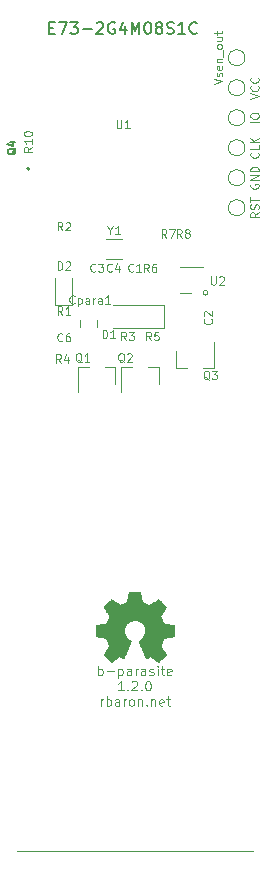
<source format=gbr>
G04 #@! TF.GenerationSoftware,KiCad,Pcbnew,(5.1.2-1)-1*
G04 #@! TF.CreationDate,2021-09-12T15:45:30+02:00*
G04 #@! TF.ProjectId,parasite,70617261-7369-4746-952e-6b696361645f,1.2.0*
G04 #@! TF.SameCoordinates,Original*
G04 #@! TF.FileFunction,Legend,Top*
G04 #@! TF.FilePolarity,Positive*
%FSLAX46Y46*%
G04 Gerber Fmt 4.6, Leading zero omitted, Abs format (unit mm)*
G04 Created by KiCad (PCBNEW (5.1.2-1)-1) date 2021-09-12 15:45:30*
%MOMM*%
%LPD*%
G04 APERTURE LIST*
%ADD10C,0.120000*%
%ADD11C,0.100000*%
%ADD12C,0.200000*%
%ADD13C,0.010000*%
%ADD14C,0.150000*%
G04 APERTURE END LIST*
D10*
X74200000Y-51700000D02*
G75*
G03X74200000Y-51700000I-200000J0D01*
G01*
D11*
X64914285Y-84061904D02*
X64914285Y-83261904D01*
X64914285Y-83566666D02*
X64990476Y-83528571D01*
X65142857Y-83528571D01*
X65219047Y-83566666D01*
X65257142Y-83604761D01*
X65295238Y-83680952D01*
X65295238Y-83909523D01*
X65257142Y-83985714D01*
X65219047Y-84023809D01*
X65142857Y-84061904D01*
X64990476Y-84061904D01*
X64914285Y-84023809D01*
X65638095Y-83757142D02*
X66247619Y-83757142D01*
X66628571Y-83528571D02*
X66628571Y-84328571D01*
X66628571Y-83566666D02*
X66704761Y-83528571D01*
X66857142Y-83528571D01*
X66933333Y-83566666D01*
X66971428Y-83604761D01*
X67009523Y-83680952D01*
X67009523Y-83909523D01*
X66971428Y-83985714D01*
X66933333Y-84023809D01*
X66857142Y-84061904D01*
X66704761Y-84061904D01*
X66628571Y-84023809D01*
X67695238Y-84061904D02*
X67695238Y-83642857D01*
X67657142Y-83566666D01*
X67580952Y-83528571D01*
X67428571Y-83528571D01*
X67352380Y-83566666D01*
X67695238Y-84023809D02*
X67619047Y-84061904D01*
X67428571Y-84061904D01*
X67352380Y-84023809D01*
X67314285Y-83947619D01*
X67314285Y-83871428D01*
X67352380Y-83795238D01*
X67428571Y-83757142D01*
X67619047Y-83757142D01*
X67695238Y-83719047D01*
X68076190Y-84061904D02*
X68076190Y-83528571D01*
X68076190Y-83680952D02*
X68114285Y-83604761D01*
X68152380Y-83566666D01*
X68228571Y-83528571D01*
X68304761Y-83528571D01*
X68914285Y-84061904D02*
X68914285Y-83642857D01*
X68876190Y-83566666D01*
X68800000Y-83528571D01*
X68647619Y-83528571D01*
X68571428Y-83566666D01*
X68914285Y-84023809D02*
X68838095Y-84061904D01*
X68647619Y-84061904D01*
X68571428Y-84023809D01*
X68533333Y-83947619D01*
X68533333Y-83871428D01*
X68571428Y-83795238D01*
X68647619Y-83757142D01*
X68838095Y-83757142D01*
X68914285Y-83719047D01*
X69257142Y-84023809D02*
X69333333Y-84061904D01*
X69485714Y-84061904D01*
X69561904Y-84023809D01*
X69600000Y-83947619D01*
X69600000Y-83909523D01*
X69561904Y-83833333D01*
X69485714Y-83795238D01*
X69371428Y-83795238D01*
X69295238Y-83757142D01*
X69257142Y-83680952D01*
X69257142Y-83642857D01*
X69295238Y-83566666D01*
X69371428Y-83528571D01*
X69485714Y-83528571D01*
X69561904Y-83566666D01*
X69942857Y-84061904D02*
X69942857Y-83528571D01*
X69942857Y-83261904D02*
X69904761Y-83300000D01*
X69942857Y-83338095D01*
X69980952Y-83300000D01*
X69942857Y-83261904D01*
X69942857Y-83338095D01*
X70209523Y-83528571D02*
X70514285Y-83528571D01*
X70323809Y-83261904D02*
X70323809Y-83947619D01*
X70361904Y-84023809D01*
X70438095Y-84061904D01*
X70514285Y-84061904D01*
X71085714Y-84023809D02*
X71009523Y-84061904D01*
X70857142Y-84061904D01*
X70780952Y-84023809D01*
X70742857Y-83947619D01*
X70742857Y-83642857D01*
X70780952Y-83566666D01*
X70857142Y-83528571D01*
X71009523Y-83528571D01*
X71085714Y-83566666D01*
X71123809Y-83642857D01*
X71123809Y-83719047D01*
X70742857Y-83795238D01*
X67085714Y-85361904D02*
X66628571Y-85361904D01*
X66857142Y-85361904D02*
X66857142Y-84561904D01*
X66780952Y-84676190D01*
X66704761Y-84752380D01*
X66628571Y-84790476D01*
X67428571Y-85285714D02*
X67466666Y-85323809D01*
X67428571Y-85361904D01*
X67390476Y-85323809D01*
X67428571Y-85285714D01*
X67428571Y-85361904D01*
X67771428Y-84638095D02*
X67809523Y-84600000D01*
X67885714Y-84561904D01*
X68076190Y-84561904D01*
X68152380Y-84600000D01*
X68190476Y-84638095D01*
X68228571Y-84714285D01*
X68228571Y-84790476D01*
X68190476Y-84904761D01*
X67733333Y-85361904D01*
X68228571Y-85361904D01*
X68571428Y-85285714D02*
X68609523Y-85323809D01*
X68571428Y-85361904D01*
X68533333Y-85323809D01*
X68571428Y-85285714D01*
X68571428Y-85361904D01*
X69104761Y-84561904D02*
X69180952Y-84561904D01*
X69257142Y-84600000D01*
X69295238Y-84638095D01*
X69333333Y-84714285D01*
X69371428Y-84866666D01*
X69371428Y-85057142D01*
X69333333Y-85209523D01*
X69295238Y-85285714D01*
X69257142Y-85323809D01*
X69180952Y-85361904D01*
X69104761Y-85361904D01*
X69028571Y-85323809D01*
X68990476Y-85285714D01*
X68952380Y-85209523D01*
X68914285Y-85057142D01*
X68914285Y-84866666D01*
X68952380Y-84714285D01*
X68990476Y-84638095D01*
X69028571Y-84600000D01*
X69104761Y-84561904D01*
X65123809Y-86661904D02*
X65123809Y-86128571D01*
X65123809Y-86280952D02*
X65161904Y-86204761D01*
X65200000Y-86166666D01*
X65276190Y-86128571D01*
X65352380Y-86128571D01*
X65619047Y-86661904D02*
X65619047Y-85861904D01*
X65619047Y-86166666D02*
X65695238Y-86128571D01*
X65847619Y-86128571D01*
X65923809Y-86166666D01*
X65961904Y-86204761D01*
X66000000Y-86280952D01*
X66000000Y-86509523D01*
X65961904Y-86585714D01*
X65923809Y-86623809D01*
X65847619Y-86661904D01*
X65695238Y-86661904D01*
X65619047Y-86623809D01*
X66685714Y-86661904D02*
X66685714Y-86242857D01*
X66647619Y-86166666D01*
X66571428Y-86128571D01*
X66419047Y-86128571D01*
X66342857Y-86166666D01*
X66685714Y-86623809D02*
X66609523Y-86661904D01*
X66419047Y-86661904D01*
X66342857Y-86623809D01*
X66304761Y-86547619D01*
X66304761Y-86471428D01*
X66342857Y-86395238D01*
X66419047Y-86357142D01*
X66609523Y-86357142D01*
X66685714Y-86319047D01*
X67066666Y-86661904D02*
X67066666Y-86128571D01*
X67066666Y-86280952D02*
X67104761Y-86204761D01*
X67142857Y-86166666D01*
X67219047Y-86128571D01*
X67295238Y-86128571D01*
X67676190Y-86661904D02*
X67600000Y-86623809D01*
X67561904Y-86585714D01*
X67523809Y-86509523D01*
X67523809Y-86280952D01*
X67561904Y-86204761D01*
X67600000Y-86166666D01*
X67676190Y-86128571D01*
X67790476Y-86128571D01*
X67866666Y-86166666D01*
X67904761Y-86204761D01*
X67942857Y-86280952D01*
X67942857Y-86509523D01*
X67904761Y-86585714D01*
X67866666Y-86623809D01*
X67790476Y-86661904D01*
X67676190Y-86661904D01*
X68285714Y-86128571D02*
X68285714Y-86661904D01*
X68285714Y-86204761D02*
X68323809Y-86166666D01*
X68400000Y-86128571D01*
X68514285Y-86128571D01*
X68590476Y-86166666D01*
X68628571Y-86242857D01*
X68628571Y-86661904D01*
X69009523Y-86585714D02*
X69047619Y-86623809D01*
X69009523Y-86661904D01*
X68971428Y-86623809D01*
X69009523Y-86585714D01*
X69009523Y-86661904D01*
X69390476Y-86128571D02*
X69390476Y-86661904D01*
X69390476Y-86204761D02*
X69428571Y-86166666D01*
X69504761Y-86128571D01*
X69619047Y-86128571D01*
X69695238Y-86166666D01*
X69733333Y-86242857D01*
X69733333Y-86661904D01*
X70419047Y-86623809D02*
X70342857Y-86661904D01*
X70190476Y-86661904D01*
X70114285Y-86623809D01*
X70076190Y-86547619D01*
X70076190Y-86242857D01*
X70114285Y-86166666D01*
X70190476Y-86128571D01*
X70342857Y-86128571D01*
X70419047Y-86166666D01*
X70457142Y-86242857D01*
X70457142Y-86319047D01*
X70076190Y-86395238D01*
X70685714Y-86128571D02*
X70990476Y-86128571D01*
X70800000Y-85861904D02*
X70800000Y-86547619D01*
X70838095Y-86623809D01*
X70914285Y-86661904D01*
X70990476Y-86661904D01*
D10*
X58000000Y-99000000D02*
X78000000Y-99000000D01*
D12*
X59100000Y-41200000D02*
G75*
G03X59100000Y-41200000I-100000J0D01*
G01*
D13*
G36*
X68555814Y-77468931D02*
G01*
X68639635Y-77913555D01*
X68948920Y-78041053D01*
X69258206Y-78168551D01*
X69629246Y-77916246D01*
X69733157Y-77845996D01*
X69827087Y-77783272D01*
X69906652Y-77730938D01*
X69967470Y-77691857D01*
X70005157Y-77668893D01*
X70015421Y-77663942D01*
X70033910Y-77676676D01*
X70073420Y-77711882D01*
X70129522Y-77765062D01*
X70197787Y-77831718D01*
X70273786Y-77907354D01*
X70353092Y-77987472D01*
X70431275Y-78067574D01*
X70503907Y-78143164D01*
X70566559Y-78209745D01*
X70614803Y-78262818D01*
X70644210Y-78297887D01*
X70651241Y-78309623D01*
X70641123Y-78331260D01*
X70612759Y-78378662D01*
X70569129Y-78447193D01*
X70513218Y-78532215D01*
X70448006Y-78629093D01*
X70410219Y-78684350D01*
X70341343Y-78785248D01*
X70280140Y-78876299D01*
X70229578Y-78952970D01*
X70192628Y-79010728D01*
X70172258Y-79045043D01*
X70169197Y-79052254D01*
X70176136Y-79072748D01*
X70195051Y-79120513D01*
X70223087Y-79188832D01*
X70257391Y-79270989D01*
X70295109Y-79360270D01*
X70333387Y-79449958D01*
X70369370Y-79533338D01*
X70400206Y-79603694D01*
X70423039Y-79654310D01*
X70435017Y-79678471D01*
X70435724Y-79679422D01*
X70454531Y-79684036D01*
X70504618Y-79694328D01*
X70580793Y-79709287D01*
X70677865Y-79727901D01*
X70790643Y-79749159D01*
X70856442Y-79761418D01*
X70976950Y-79784362D01*
X71085797Y-79806195D01*
X71177476Y-79825722D01*
X71246481Y-79841748D01*
X71287304Y-79853079D01*
X71295511Y-79856674D01*
X71303548Y-79881006D01*
X71310033Y-79935959D01*
X71314970Y-80015108D01*
X71318364Y-80112026D01*
X71320218Y-80220287D01*
X71320538Y-80333465D01*
X71319327Y-80445135D01*
X71316590Y-80548868D01*
X71312331Y-80638241D01*
X71306555Y-80706826D01*
X71299267Y-80748197D01*
X71294895Y-80756810D01*
X71268764Y-80767133D01*
X71213393Y-80781892D01*
X71136107Y-80799352D01*
X71044230Y-80817780D01*
X71012158Y-80823741D01*
X70857524Y-80852066D01*
X70735375Y-80874876D01*
X70641673Y-80893080D01*
X70572384Y-80907583D01*
X70523471Y-80919292D01*
X70490897Y-80929115D01*
X70470628Y-80937956D01*
X70458626Y-80946724D01*
X70456947Y-80948457D01*
X70440184Y-80976371D01*
X70414614Y-81030695D01*
X70382788Y-81104777D01*
X70347260Y-81191965D01*
X70310583Y-81285608D01*
X70275311Y-81379052D01*
X70243996Y-81465647D01*
X70219193Y-81538740D01*
X70203454Y-81591678D01*
X70199332Y-81617811D01*
X70199676Y-81618726D01*
X70213641Y-81640086D01*
X70245322Y-81687084D01*
X70291391Y-81754827D01*
X70348518Y-81838423D01*
X70413373Y-81932982D01*
X70431843Y-81959854D01*
X70497699Y-82057275D01*
X70555650Y-82146163D01*
X70602538Y-82221412D01*
X70635207Y-82277920D01*
X70650500Y-82310581D01*
X70651241Y-82314593D01*
X70638392Y-82335684D01*
X70602888Y-82377464D01*
X70549293Y-82435445D01*
X70482171Y-82505135D01*
X70406087Y-82582045D01*
X70325604Y-82661683D01*
X70245287Y-82739561D01*
X70169699Y-82811186D01*
X70103405Y-82872070D01*
X70050969Y-82917721D01*
X70016955Y-82943650D01*
X70007545Y-82947883D01*
X69985643Y-82937912D01*
X69940800Y-82911020D01*
X69880321Y-82871736D01*
X69833789Y-82840117D01*
X69749475Y-82782098D01*
X69649626Y-82713784D01*
X69549473Y-82645579D01*
X69495627Y-82609075D01*
X69313371Y-82485800D01*
X69160381Y-82568520D01*
X69090682Y-82604759D01*
X69031414Y-82632926D01*
X68991311Y-82648991D01*
X68981103Y-82651226D01*
X68968829Y-82634722D01*
X68944613Y-82588082D01*
X68910263Y-82515609D01*
X68867588Y-82421606D01*
X68818394Y-82310374D01*
X68764490Y-82186215D01*
X68707684Y-82053432D01*
X68649782Y-81916327D01*
X68592593Y-81779202D01*
X68537924Y-81646358D01*
X68487584Y-81522098D01*
X68443380Y-81410725D01*
X68407119Y-81316539D01*
X68380609Y-81243844D01*
X68365658Y-81196941D01*
X68363254Y-81180833D01*
X68382311Y-81160286D01*
X68424036Y-81126933D01*
X68479706Y-81087702D01*
X68484378Y-81084599D01*
X68628264Y-80969423D01*
X68744283Y-80835053D01*
X68831430Y-80685784D01*
X68888699Y-80525913D01*
X68915086Y-80359737D01*
X68909585Y-80191552D01*
X68871190Y-80025655D01*
X68798895Y-79866342D01*
X68777626Y-79831487D01*
X68666996Y-79690737D01*
X68536302Y-79577714D01*
X68390064Y-79493003D01*
X68232808Y-79437194D01*
X68069057Y-79410874D01*
X67903333Y-79414630D01*
X67740162Y-79449050D01*
X67584065Y-79514723D01*
X67439567Y-79612235D01*
X67394869Y-79651813D01*
X67281112Y-79775703D01*
X67198218Y-79906124D01*
X67141356Y-80052315D01*
X67109687Y-80197088D01*
X67101869Y-80359860D01*
X67127938Y-80523440D01*
X67185245Y-80682298D01*
X67271144Y-80830906D01*
X67382986Y-80963735D01*
X67518123Y-81075256D01*
X67535883Y-81087011D01*
X67592150Y-81125508D01*
X67634923Y-81158863D01*
X67655372Y-81180160D01*
X67655669Y-81180833D01*
X67651279Y-81203871D01*
X67633876Y-81256157D01*
X67605268Y-81333390D01*
X67567265Y-81431268D01*
X67521674Y-81545491D01*
X67470303Y-81671758D01*
X67414962Y-81805767D01*
X67357458Y-81943218D01*
X67299601Y-82079808D01*
X67243198Y-82211237D01*
X67190058Y-82333205D01*
X67141990Y-82441409D01*
X67100801Y-82531549D01*
X67068301Y-82599323D01*
X67046297Y-82640430D01*
X67037436Y-82651226D01*
X67010360Y-82642819D01*
X66959697Y-82620272D01*
X66894183Y-82587613D01*
X66858159Y-82568520D01*
X66705168Y-82485800D01*
X66522912Y-82609075D01*
X66429875Y-82672228D01*
X66328015Y-82741727D01*
X66232562Y-82807165D01*
X66184750Y-82840117D01*
X66117505Y-82885273D01*
X66060564Y-82921057D01*
X66021354Y-82942938D01*
X66008619Y-82947563D01*
X65990083Y-82935085D01*
X65949059Y-82900252D01*
X65889525Y-82846678D01*
X65815458Y-82777983D01*
X65730835Y-82697781D01*
X65677315Y-82646286D01*
X65583681Y-82554286D01*
X65502759Y-82471999D01*
X65437823Y-82402945D01*
X65392142Y-82350644D01*
X65368989Y-82318616D01*
X65366768Y-82312116D01*
X65377076Y-82287394D01*
X65405561Y-82237405D01*
X65449063Y-82167212D01*
X65504423Y-82081875D01*
X65568480Y-81986456D01*
X65586697Y-81959854D01*
X65653073Y-81863167D01*
X65712622Y-81776117D01*
X65762016Y-81703595D01*
X65797925Y-81650493D01*
X65817019Y-81621703D01*
X65818864Y-81618726D01*
X65816105Y-81595782D01*
X65801462Y-81545336D01*
X65777487Y-81474041D01*
X65746734Y-81388547D01*
X65711756Y-81295507D01*
X65675107Y-81201574D01*
X65639339Y-81113399D01*
X65607006Y-81037634D01*
X65580662Y-80980931D01*
X65562858Y-80949943D01*
X65561593Y-80948457D01*
X65550706Y-80939601D01*
X65532318Y-80930843D01*
X65502394Y-80921277D01*
X65456897Y-80909996D01*
X65391791Y-80896093D01*
X65303039Y-80878663D01*
X65186607Y-80856798D01*
X65038458Y-80829591D01*
X65006382Y-80823741D01*
X64911314Y-80805374D01*
X64828435Y-80787405D01*
X64765070Y-80771569D01*
X64728542Y-80759600D01*
X64723644Y-80756810D01*
X64715573Y-80732072D01*
X64709013Y-80676790D01*
X64703967Y-80597389D01*
X64700441Y-80500296D01*
X64698439Y-80391938D01*
X64697964Y-80278740D01*
X64699023Y-80167128D01*
X64701618Y-80063529D01*
X64705754Y-79974368D01*
X64711437Y-79906072D01*
X64718669Y-79865066D01*
X64723029Y-79856674D01*
X64747302Y-79848208D01*
X64802574Y-79834435D01*
X64883338Y-79816550D01*
X64984088Y-79795748D01*
X65099317Y-79773223D01*
X65162098Y-79761418D01*
X65281213Y-79739151D01*
X65387435Y-79718979D01*
X65475573Y-79701915D01*
X65540434Y-79688969D01*
X65576826Y-79681155D01*
X65582816Y-79679422D01*
X65592939Y-79659890D01*
X65614338Y-79612843D01*
X65644161Y-79545003D01*
X65679555Y-79463091D01*
X65717668Y-79373828D01*
X65755647Y-79283935D01*
X65790640Y-79200135D01*
X65819794Y-79129147D01*
X65840257Y-79077694D01*
X65849177Y-79052497D01*
X65849343Y-79051396D01*
X65839231Y-79031519D01*
X65810883Y-78985777D01*
X65767277Y-78918717D01*
X65711394Y-78834884D01*
X65646213Y-78738826D01*
X65608321Y-78683650D01*
X65539275Y-78582481D01*
X65477950Y-78490630D01*
X65427337Y-78412744D01*
X65390429Y-78353469D01*
X65370218Y-78317451D01*
X65367299Y-78309377D01*
X65379847Y-78290584D01*
X65414537Y-78250457D01*
X65466937Y-78193493D01*
X65532616Y-78124185D01*
X65607144Y-78047031D01*
X65686087Y-77966525D01*
X65765017Y-77887163D01*
X65839500Y-77813440D01*
X65905106Y-77749852D01*
X65957404Y-77700894D01*
X65991961Y-77671061D01*
X66003522Y-77663942D01*
X66022346Y-77673953D01*
X66067369Y-77702078D01*
X66134213Y-77745454D01*
X66218501Y-77801218D01*
X66315856Y-77866506D01*
X66389293Y-77916246D01*
X66760333Y-78168551D01*
X67378905Y-77913555D01*
X67462725Y-77468931D01*
X67546546Y-77024307D01*
X68471994Y-77024307D01*
X68555814Y-77468931D01*
X68555814Y-77468931D01*
G37*
X68555814Y-77468931D02*
X68639635Y-77913555D01*
X68948920Y-78041053D01*
X69258206Y-78168551D01*
X69629246Y-77916246D01*
X69733157Y-77845996D01*
X69827087Y-77783272D01*
X69906652Y-77730938D01*
X69967470Y-77691857D01*
X70005157Y-77668893D01*
X70015421Y-77663942D01*
X70033910Y-77676676D01*
X70073420Y-77711882D01*
X70129522Y-77765062D01*
X70197787Y-77831718D01*
X70273786Y-77907354D01*
X70353092Y-77987472D01*
X70431275Y-78067574D01*
X70503907Y-78143164D01*
X70566559Y-78209745D01*
X70614803Y-78262818D01*
X70644210Y-78297887D01*
X70651241Y-78309623D01*
X70641123Y-78331260D01*
X70612759Y-78378662D01*
X70569129Y-78447193D01*
X70513218Y-78532215D01*
X70448006Y-78629093D01*
X70410219Y-78684350D01*
X70341343Y-78785248D01*
X70280140Y-78876299D01*
X70229578Y-78952970D01*
X70192628Y-79010728D01*
X70172258Y-79045043D01*
X70169197Y-79052254D01*
X70176136Y-79072748D01*
X70195051Y-79120513D01*
X70223087Y-79188832D01*
X70257391Y-79270989D01*
X70295109Y-79360270D01*
X70333387Y-79449958D01*
X70369370Y-79533338D01*
X70400206Y-79603694D01*
X70423039Y-79654310D01*
X70435017Y-79678471D01*
X70435724Y-79679422D01*
X70454531Y-79684036D01*
X70504618Y-79694328D01*
X70580793Y-79709287D01*
X70677865Y-79727901D01*
X70790643Y-79749159D01*
X70856442Y-79761418D01*
X70976950Y-79784362D01*
X71085797Y-79806195D01*
X71177476Y-79825722D01*
X71246481Y-79841748D01*
X71287304Y-79853079D01*
X71295511Y-79856674D01*
X71303548Y-79881006D01*
X71310033Y-79935959D01*
X71314970Y-80015108D01*
X71318364Y-80112026D01*
X71320218Y-80220287D01*
X71320538Y-80333465D01*
X71319327Y-80445135D01*
X71316590Y-80548868D01*
X71312331Y-80638241D01*
X71306555Y-80706826D01*
X71299267Y-80748197D01*
X71294895Y-80756810D01*
X71268764Y-80767133D01*
X71213393Y-80781892D01*
X71136107Y-80799352D01*
X71044230Y-80817780D01*
X71012158Y-80823741D01*
X70857524Y-80852066D01*
X70735375Y-80874876D01*
X70641673Y-80893080D01*
X70572384Y-80907583D01*
X70523471Y-80919292D01*
X70490897Y-80929115D01*
X70470628Y-80937956D01*
X70458626Y-80946724D01*
X70456947Y-80948457D01*
X70440184Y-80976371D01*
X70414614Y-81030695D01*
X70382788Y-81104777D01*
X70347260Y-81191965D01*
X70310583Y-81285608D01*
X70275311Y-81379052D01*
X70243996Y-81465647D01*
X70219193Y-81538740D01*
X70203454Y-81591678D01*
X70199332Y-81617811D01*
X70199676Y-81618726D01*
X70213641Y-81640086D01*
X70245322Y-81687084D01*
X70291391Y-81754827D01*
X70348518Y-81838423D01*
X70413373Y-81932982D01*
X70431843Y-81959854D01*
X70497699Y-82057275D01*
X70555650Y-82146163D01*
X70602538Y-82221412D01*
X70635207Y-82277920D01*
X70650500Y-82310581D01*
X70651241Y-82314593D01*
X70638392Y-82335684D01*
X70602888Y-82377464D01*
X70549293Y-82435445D01*
X70482171Y-82505135D01*
X70406087Y-82582045D01*
X70325604Y-82661683D01*
X70245287Y-82739561D01*
X70169699Y-82811186D01*
X70103405Y-82872070D01*
X70050969Y-82917721D01*
X70016955Y-82943650D01*
X70007545Y-82947883D01*
X69985643Y-82937912D01*
X69940800Y-82911020D01*
X69880321Y-82871736D01*
X69833789Y-82840117D01*
X69749475Y-82782098D01*
X69649626Y-82713784D01*
X69549473Y-82645579D01*
X69495627Y-82609075D01*
X69313371Y-82485800D01*
X69160381Y-82568520D01*
X69090682Y-82604759D01*
X69031414Y-82632926D01*
X68991311Y-82648991D01*
X68981103Y-82651226D01*
X68968829Y-82634722D01*
X68944613Y-82588082D01*
X68910263Y-82515609D01*
X68867588Y-82421606D01*
X68818394Y-82310374D01*
X68764490Y-82186215D01*
X68707684Y-82053432D01*
X68649782Y-81916327D01*
X68592593Y-81779202D01*
X68537924Y-81646358D01*
X68487584Y-81522098D01*
X68443380Y-81410725D01*
X68407119Y-81316539D01*
X68380609Y-81243844D01*
X68365658Y-81196941D01*
X68363254Y-81180833D01*
X68382311Y-81160286D01*
X68424036Y-81126933D01*
X68479706Y-81087702D01*
X68484378Y-81084599D01*
X68628264Y-80969423D01*
X68744283Y-80835053D01*
X68831430Y-80685784D01*
X68888699Y-80525913D01*
X68915086Y-80359737D01*
X68909585Y-80191552D01*
X68871190Y-80025655D01*
X68798895Y-79866342D01*
X68777626Y-79831487D01*
X68666996Y-79690737D01*
X68536302Y-79577714D01*
X68390064Y-79493003D01*
X68232808Y-79437194D01*
X68069057Y-79410874D01*
X67903333Y-79414630D01*
X67740162Y-79449050D01*
X67584065Y-79514723D01*
X67439567Y-79612235D01*
X67394869Y-79651813D01*
X67281112Y-79775703D01*
X67198218Y-79906124D01*
X67141356Y-80052315D01*
X67109687Y-80197088D01*
X67101869Y-80359860D01*
X67127938Y-80523440D01*
X67185245Y-80682298D01*
X67271144Y-80830906D01*
X67382986Y-80963735D01*
X67518123Y-81075256D01*
X67535883Y-81087011D01*
X67592150Y-81125508D01*
X67634923Y-81158863D01*
X67655372Y-81180160D01*
X67655669Y-81180833D01*
X67651279Y-81203871D01*
X67633876Y-81256157D01*
X67605268Y-81333390D01*
X67567265Y-81431268D01*
X67521674Y-81545491D01*
X67470303Y-81671758D01*
X67414962Y-81805767D01*
X67357458Y-81943218D01*
X67299601Y-82079808D01*
X67243198Y-82211237D01*
X67190058Y-82333205D01*
X67141990Y-82441409D01*
X67100801Y-82531549D01*
X67068301Y-82599323D01*
X67046297Y-82640430D01*
X67037436Y-82651226D01*
X67010360Y-82642819D01*
X66959697Y-82620272D01*
X66894183Y-82587613D01*
X66858159Y-82568520D01*
X66705168Y-82485800D01*
X66522912Y-82609075D01*
X66429875Y-82672228D01*
X66328015Y-82741727D01*
X66232562Y-82807165D01*
X66184750Y-82840117D01*
X66117505Y-82885273D01*
X66060564Y-82921057D01*
X66021354Y-82942938D01*
X66008619Y-82947563D01*
X65990083Y-82935085D01*
X65949059Y-82900252D01*
X65889525Y-82846678D01*
X65815458Y-82777983D01*
X65730835Y-82697781D01*
X65677315Y-82646286D01*
X65583681Y-82554286D01*
X65502759Y-82471999D01*
X65437823Y-82402945D01*
X65392142Y-82350644D01*
X65368989Y-82318616D01*
X65366768Y-82312116D01*
X65377076Y-82287394D01*
X65405561Y-82237405D01*
X65449063Y-82167212D01*
X65504423Y-82081875D01*
X65568480Y-81986456D01*
X65586697Y-81959854D01*
X65653073Y-81863167D01*
X65712622Y-81776117D01*
X65762016Y-81703595D01*
X65797925Y-81650493D01*
X65817019Y-81621703D01*
X65818864Y-81618726D01*
X65816105Y-81595782D01*
X65801462Y-81545336D01*
X65777487Y-81474041D01*
X65746734Y-81388547D01*
X65711756Y-81295507D01*
X65675107Y-81201574D01*
X65639339Y-81113399D01*
X65607006Y-81037634D01*
X65580662Y-80980931D01*
X65562858Y-80949943D01*
X65561593Y-80948457D01*
X65550706Y-80939601D01*
X65532318Y-80930843D01*
X65502394Y-80921277D01*
X65456897Y-80909996D01*
X65391791Y-80896093D01*
X65303039Y-80878663D01*
X65186607Y-80856798D01*
X65038458Y-80829591D01*
X65006382Y-80823741D01*
X64911314Y-80805374D01*
X64828435Y-80787405D01*
X64765070Y-80771569D01*
X64728542Y-80759600D01*
X64723644Y-80756810D01*
X64715573Y-80732072D01*
X64709013Y-80676790D01*
X64703967Y-80597389D01*
X64700441Y-80500296D01*
X64698439Y-80391938D01*
X64697964Y-80278740D01*
X64699023Y-80167128D01*
X64701618Y-80063529D01*
X64705754Y-79974368D01*
X64711437Y-79906072D01*
X64718669Y-79865066D01*
X64723029Y-79856674D01*
X64747302Y-79848208D01*
X64802574Y-79834435D01*
X64883338Y-79816550D01*
X64984088Y-79795748D01*
X65099317Y-79773223D01*
X65162098Y-79761418D01*
X65281213Y-79739151D01*
X65387435Y-79718979D01*
X65475573Y-79701915D01*
X65540434Y-79688969D01*
X65576826Y-79681155D01*
X65582816Y-79679422D01*
X65592939Y-79659890D01*
X65614338Y-79612843D01*
X65644161Y-79545003D01*
X65679555Y-79463091D01*
X65717668Y-79373828D01*
X65755647Y-79283935D01*
X65790640Y-79200135D01*
X65819794Y-79129147D01*
X65840257Y-79077694D01*
X65849177Y-79052497D01*
X65849343Y-79051396D01*
X65839231Y-79031519D01*
X65810883Y-78985777D01*
X65767277Y-78918717D01*
X65711394Y-78834884D01*
X65646213Y-78738826D01*
X65608321Y-78683650D01*
X65539275Y-78582481D01*
X65477950Y-78490630D01*
X65427337Y-78412744D01*
X65390429Y-78353469D01*
X65370218Y-78317451D01*
X65367299Y-78309377D01*
X65379847Y-78290584D01*
X65414537Y-78250457D01*
X65466937Y-78193493D01*
X65532616Y-78124185D01*
X65607144Y-78047031D01*
X65686087Y-77966525D01*
X65765017Y-77887163D01*
X65839500Y-77813440D01*
X65905106Y-77749852D01*
X65957404Y-77700894D01*
X65991961Y-77671061D01*
X66003522Y-77663942D01*
X66022346Y-77673953D01*
X66067369Y-77702078D01*
X66134213Y-77745454D01*
X66218501Y-77801218D01*
X66315856Y-77866506D01*
X66389293Y-77916246D01*
X66760333Y-78168551D01*
X67378905Y-77913555D01*
X67462725Y-77468931D01*
X67546546Y-77024307D01*
X68471994Y-77024307D01*
X68555814Y-77468931D01*
D10*
X72800000Y-51710000D02*
X71800000Y-51710000D01*
X73800000Y-49490000D02*
X71800000Y-49490000D01*
X66925000Y-47125000D02*
X65575000Y-47125000D01*
X66925000Y-48875000D02*
X65575000Y-48875000D01*
X71520000Y-58060000D02*
X72450000Y-58060000D01*
X74680000Y-58060000D02*
X73750000Y-58060000D01*
X74680000Y-58060000D02*
X74680000Y-55900000D01*
X71520000Y-58060000D02*
X71520000Y-56600000D01*
X61265000Y-50412500D02*
X61265000Y-52697500D01*
X61265000Y-52697500D02*
X62735000Y-52697500D01*
X62735000Y-52697500D02*
X62735000Y-50412500D01*
X77340000Y-34340000D02*
G75*
G03X77340000Y-34340000I-700000J0D01*
G01*
X77340000Y-41960000D02*
G75*
G03X77340000Y-41960000I-700000J0D01*
G01*
X77340000Y-44500000D02*
G75*
G03X77340000Y-44500000I-700000J0D01*
G01*
X77340000Y-39420000D02*
G75*
G03X77340000Y-39420000I-700000J0D01*
G01*
X77340000Y-36880000D02*
G75*
G03X77340000Y-36880000I-700000J0D01*
G01*
X70030000Y-57940000D02*
X69100000Y-57940000D01*
X66870000Y-57940000D02*
X67800000Y-57940000D01*
X66870000Y-57940000D02*
X66870000Y-60100000D01*
X70030000Y-57940000D02*
X70030000Y-59400000D01*
X66380000Y-57940000D02*
X65450000Y-57940000D01*
X63220000Y-57940000D02*
X64150000Y-57940000D01*
X63220000Y-57940000D02*
X63220000Y-60100000D01*
X66380000Y-57940000D02*
X66380000Y-59400000D01*
X63390000Y-54558578D02*
X63390000Y-54041422D01*
X64810000Y-54558578D02*
X64810000Y-54041422D01*
X70500000Y-52700000D02*
X66200000Y-52700000D01*
X70500000Y-54700000D02*
X70500000Y-52700000D01*
X66200000Y-54700000D02*
X70500000Y-54700000D01*
X77340000Y-31800000D02*
G75*
G03X77340000Y-31800000I-700000J0D01*
G01*
X66466199Y-37069891D02*
X66466199Y-37636558D01*
X66499533Y-37703225D01*
X66532866Y-37736558D01*
X66599533Y-37769891D01*
X66732866Y-37769891D01*
X66799533Y-37736558D01*
X66832866Y-37703225D01*
X66866199Y-37636558D01*
X66866199Y-37069891D01*
X67566199Y-37769891D02*
X67166199Y-37769891D01*
X67366199Y-37769891D02*
X67366199Y-37069891D01*
X67299533Y-37169891D01*
X67232866Y-37236558D01*
X67166199Y-37269891D01*
D14*
X60785714Y-29253571D02*
X61119047Y-29253571D01*
X61261904Y-29777380D02*
X60785714Y-29777380D01*
X60785714Y-28777380D01*
X61261904Y-28777380D01*
X61595238Y-28777380D02*
X62261904Y-28777380D01*
X61833333Y-29777380D01*
X62547619Y-28777380D02*
X63166666Y-28777380D01*
X62833333Y-29158333D01*
X62976190Y-29158333D01*
X63071428Y-29205952D01*
X63119047Y-29253571D01*
X63166666Y-29348809D01*
X63166666Y-29586904D01*
X63119047Y-29682142D01*
X63071428Y-29729761D01*
X62976190Y-29777380D01*
X62690476Y-29777380D01*
X62595238Y-29729761D01*
X62547619Y-29682142D01*
X63595238Y-29396428D02*
X64357142Y-29396428D01*
X64785714Y-28872619D02*
X64833333Y-28825000D01*
X64928571Y-28777380D01*
X65166666Y-28777380D01*
X65261904Y-28825000D01*
X65309523Y-28872619D01*
X65357142Y-28967857D01*
X65357142Y-29063095D01*
X65309523Y-29205952D01*
X64738095Y-29777380D01*
X65357142Y-29777380D01*
X66309523Y-28825000D02*
X66214285Y-28777380D01*
X66071428Y-28777380D01*
X65928571Y-28825000D01*
X65833333Y-28920238D01*
X65785714Y-29015476D01*
X65738095Y-29205952D01*
X65738095Y-29348809D01*
X65785714Y-29539285D01*
X65833333Y-29634523D01*
X65928571Y-29729761D01*
X66071428Y-29777380D01*
X66166666Y-29777380D01*
X66309523Y-29729761D01*
X66357142Y-29682142D01*
X66357142Y-29348809D01*
X66166666Y-29348809D01*
X67214285Y-29110714D02*
X67214285Y-29777380D01*
X66976190Y-28729761D02*
X66738095Y-29444047D01*
X67357142Y-29444047D01*
X67738095Y-29777380D02*
X67738095Y-28777380D01*
X68071428Y-29491666D01*
X68404761Y-28777380D01*
X68404761Y-29777380D01*
X69071428Y-28777380D02*
X69166666Y-28777380D01*
X69261904Y-28825000D01*
X69309523Y-28872619D01*
X69357142Y-28967857D01*
X69404761Y-29158333D01*
X69404761Y-29396428D01*
X69357142Y-29586904D01*
X69309523Y-29682142D01*
X69261904Y-29729761D01*
X69166666Y-29777380D01*
X69071428Y-29777380D01*
X68976190Y-29729761D01*
X68928571Y-29682142D01*
X68880952Y-29586904D01*
X68833333Y-29396428D01*
X68833333Y-29158333D01*
X68880952Y-28967857D01*
X68928571Y-28872619D01*
X68976190Y-28825000D01*
X69071428Y-28777380D01*
X69976190Y-29205952D02*
X69880952Y-29158333D01*
X69833333Y-29110714D01*
X69785714Y-29015476D01*
X69785714Y-28967857D01*
X69833333Y-28872619D01*
X69880952Y-28825000D01*
X69976190Y-28777380D01*
X70166666Y-28777380D01*
X70261904Y-28825000D01*
X70309523Y-28872619D01*
X70357142Y-28967857D01*
X70357142Y-29015476D01*
X70309523Y-29110714D01*
X70261904Y-29158333D01*
X70166666Y-29205952D01*
X69976190Y-29205952D01*
X69880952Y-29253571D01*
X69833333Y-29301190D01*
X69785714Y-29396428D01*
X69785714Y-29586904D01*
X69833333Y-29682142D01*
X69880952Y-29729761D01*
X69976190Y-29777380D01*
X70166666Y-29777380D01*
X70261904Y-29729761D01*
X70309523Y-29682142D01*
X70357142Y-29586904D01*
X70357142Y-29396428D01*
X70309523Y-29301190D01*
X70261904Y-29253571D01*
X70166666Y-29205952D01*
X70738095Y-29729761D02*
X70880952Y-29777380D01*
X71119047Y-29777380D01*
X71214285Y-29729761D01*
X71261904Y-29682142D01*
X71309523Y-29586904D01*
X71309523Y-29491666D01*
X71261904Y-29396428D01*
X71214285Y-29348809D01*
X71119047Y-29301190D01*
X70928571Y-29253571D01*
X70833333Y-29205952D01*
X70785714Y-29158333D01*
X70738095Y-29063095D01*
X70738095Y-28967857D01*
X70785714Y-28872619D01*
X70833333Y-28825000D01*
X70928571Y-28777380D01*
X71166666Y-28777380D01*
X71309523Y-28825000D01*
X72261904Y-29777380D02*
X71690476Y-29777380D01*
X71976190Y-29777380D02*
X71976190Y-28777380D01*
X71880952Y-28920238D01*
X71785714Y-29015476D01*
X71690476Y-29063095D01*
X73261904Y-29682142D02*
X73214285Y-29729761D01*
X73071428Y-29777380D01*
X72976190Y-29777380D01*
X72833333Y-29729761D01*
X72738095Y-29634523D01*
X72690476Y-29539285D01*
X72642857Y-29348809D01*
X72642857Y-29205952D01*
X72690476Y-29015476D01*
X72738095Y-28920238D01*
X72833333Y-28825000D01*
X72976190Y-28777380D01*
X73071428Y-28777380D01*
X73214285Y-28825000D01*
X73261904Y-28872619D01*
X57944076Y-39478952D02*
X57913600Y-39539904D01*
X57852647Y-39600857D01*
X57761219Y-39692285D01*
X57730742Y-39753238D01*
X57730742Y-39814190D01*
X57883123Y-39783714D02*
X57852647Y-39844666D01*
X57791695Y-39905619D01*
X57669790Y-39936095D01*
X57456457Y-39936095D01*
X57334552Y-39905619D01*
X57273600Y-39844666D01*
X57243123Y-39783714D01*
X57243123Y-39661809D01*
X57273600Y-39600857D01*
X57334552Y-39539904D01*
X57456457Y-39509428D01*
X57669790Y-39509428D01*
X57791695Y-39539904D01*
X57852647Y-39600857D01*
X57883123Y-39661809D01*
X57883123Y-39783714D01*
X57456457Y-38960857D02*
X57883123Y-38960857D01*
X57212647Y-39113238D02*
X57669790Y-39265619D01*
X57669790Y-38869428D01*
D10*
X59316666Y-39350000D02*
X58983333Y-39583333D01*
X59316666Y-39750000D02*
X58616666Y-39750000D01*
X58616666Y-39483333D01*
X58650000Y-39416666D01*
X58683333Y-39383333D01*
X58750000Y-39350000D01*
X58850000Y-39350000D01*
X58916666Y-39383333D01*
X58950000Y-39416666D01*
X58983333Y-39483333D01*
X58983333Y-39750000D01*
X59316666Y-38683333D02*
X59316666Y-39083333D01*
X59316666Y-38883333D02*
X58616666Y-38883333D01*
X58716666Y-38950000D01*
X58783333Y-39016666D01*
X58816666Y-39083333D01*
X58616666Y-38250000D02*
X58616666Y-38183333D01*
X58650000Y-38116666D01*
X58683333Y-38083333D01*
X58750000Y-38050000D01*
X58883333Y-38016666D01*
X59050000Y-38016666D01*
X59183333Y-38050000D01*
X59250000Y-38083333D01*
X59283333Y-38116666D01*
X59316666Y-38183333D01*
X59316666Y-38250000D01*
X59283333Y-38316666D01*
X59250000Y-38350000D01*
X59183333Y-38383333D01*
X59050000Y-38416666D01*
X58883333Y-38416666D01*
X58750000Y-38383333D01*
X58683333Y-38350000D01*
X58650000Y-38316666D01*
X58616666Y-38250000D01*
X74466666Y-50316666D02*
X74466666Y-50883333D01*
X74500000Y-50950000D01*
X74533333Y-50983333D01*
X74600000Y-51016666D01*
X74733333Y-51016666D01*
X74800000Y-50983333D01*
X74833333Y-50950000D01*
X74866666Y-50883333D01*
X74866666Y-50316666D01*
X75166666Y-50383333D02*
X75200000Y-50350000D01*
X75266666Y-50316666D01*
X75433333Y-50316666D01*
X75500000Y-50350000D01*
X75533333Y-50383333D01*
X75566666Y-50450000D01*
X75566666Y-50516666D01*
X75533333Y-50616666D01*
X75133333Y-51016666D01*
X75566666Y-51016666D01*
X65916666Y-46383333D02*
X65916666Y-46716666D01*
X65683333Y-46016666D02*
X65916666Y-46383333D01*
X66150000Y-46016666D01*
X66750000Y-46716666D02*
X66350000Y-46716666D01*
X66550000Y-46716666D02*
X66550000Y-46016666D01*
X66483333Y-46116666D01*
X66416666Y-46183333D01*
X66350000Y-46216666D01*
X71983333Y-47016666D02*
X71750000Y-46683333D01*
X71583333Y-47016666D02*
X71583333Y-46316666D01*
X71850000Y-46316666D01*
X71916666Y-46350000D01*
X71950000Y-46383333D01*
X71983333Y-46450000D01*
X71983333Y-46550000D01*
X71950000Y-46616666D01*
X71916666Y-46650000D01*
X71850000Y-46683333D01*
X71583333Y-46683333D01*
X72383333Y-46616666D02*
X72316666Y-46583333D01*
X72283333Y-46550000D01*
X72250000Y-46483333D01*
X72250000Y-46450000D01*
X72283333Y-46383333D01*
X72316666Y-46350000D01*
X72383333Y-46316666D01*
X72516666Y-46316666D01*
X72583333Y-46350000D01*
X72616666Y-46383333D01*
X72650000Y-46450000D01*
X72650000Y-46483333D01*
X72616666Y-46550000D01*
X72583333Y-46583333D01*
X72516666Y-46616666D01*
X72383333Y-46616666D01*
X72316666Y-46650000D01*
X72283333Y-46683333D01*
X72250000Y-46750000D01*
X72250000Y-46883333D01*
X72283333Y-46950000D01*
X72316666Y-46983333D01*
X72383333Y-47016666D01*
X72516666Y-47016666D01*
X72583333Y-46983333D01*
X72616666Y-46950000D01*
X72650000Y-46883333D01*
X72650000Y-46750000D01*
X72616666Y-46683333D01*
X72583333Y-46650000D01*
X72516666Y-46616666D01*
X70683333Y-47016666D02*
X70450000Y-46683333D01*
X70283333Y-47016666D02*
X70283333Y-46316666D01*
X70550000Y-46316666D01*
X70616666Y-46350000D01*
X70650000Y-46383333D01*
X70683333Y-46450000D01*
X70683333Y-46550000D01*
X70650000Y-46616666D01*
X70616666Y-46650000D01*
X70550000Y-46683333D01*
X70283333Y-46683333D01*
X70916666Y-46316666D02*
X71383333Y-46316666D01*
X71083333Y-47016666D01*
X69183333Y-49946666D02*
X68950000Y-49613333D01*
X68783333Y-49946666D02*
X68783333Y-49246666D01*
X69050000Y-49246666D01*
X69116666Y-49280000D01*
X69150000Y-49313333D01*
X69183333Y-49380000D01*
X69183333Y-49480000D01*
X69150000Y-49546666D01*
X69116666Y-49580000D01*
X69050000Y-49613333D01*
X68783333Y-49613333D01*
X69783333Y-49246666D02*
X69650000Y-49246666D01*
X69583333Y-49280000D01*
X69550000Y-49313333D01*
X69483333Y-49413333D01*
X69450000Y-49546666D01*
X69450000Y-49813333D01*
X69483333Y-49880000D01*
X69516666Y-49913333D01*
X69583333Y-49946666D01*
X69716666Y-49946666D01*
X69783333Y-49913333D01*
X69816666Y-49880000D01*
X69850000Y-49813333D01*
X69850000Y-49646666D01*
X69816666Y-49580000D01*
X69783333Y-49546666D01*
X69716666Y-49513333D01*
X69583333Y-49513333D01*
X69516666Y-49546666D01*
X69483333Y-49580000D01*
X69450000Y-49646666D01*
X69383333Y-55716666D02*
X69150000Y-55383333D01*
X68983333Y-55716666D02*
X68983333Y-55016666D01*
X69250000Y-55016666D01*
X69316666Y-55050000D01*
X69350000Y-55083333D01*
X69383333Y-55150000D01*
X69383333Y-55250000D01*
X69350000Y-55316666D01*
X69316666Y-55350000D01*
X69250000Y-55383333D01*
X68983333Y-55383333D01*
X70016666Y-55016666D02*
X69683333Y-55016666D01*
X69650000Y-55350000D01*
X69683333Y-55316666D01*
X69750000Y-55283333D01*
X69916666Y-55283333D01*
X69983333Y-55316666D01*
X70016666Y-55350000D01*
X70050000Y-55416666D01*
X70050000Y-55583333D01*
X70016666Y-55650000D01*
X69983333Y-55683333D01*
X69916666Y-55716666D01*
X69750000Y-55716666D01*
X69683333Y-55683333D01*
X69650000Y-55650000D01*
X61783333Y-57616666D02*
X61550000Y-57283333D01*
X61383333Y-57616666D02*
X61383333Y-56916666D01*
X61650000Y-56916666D01*
X61716666Y-56950000D01*
X61750000Y-56983333D01*
X61783333Y-57050000D01*
X61783333Y-57150000D01*
X61750000Y-57216666D01*
X61716666Y-57250000D01*
X61650000Y-57283333D01*
X61383333Y-57283333D01*
X62383333Y-57150000D02*
X62383333Y-57616666D01*
X62216666Y-56883333D02*
X62050000Y-57383333D01*
X62483333Y-57383333D01*
X67283333Y-55716666D02*
X67050000Y-55383333D01*
X66883333Y-55716666D02*
X66883333Y-55016666D01*
X67150000Y-55016666D01*
X67216666Y-55050000D01*
X67250000Y-55083333D01*
X67283333Y-55150000D01*
X67283333Y-55250000D01*
X67250000Y-55316666D01*
X67216666Y-55350000D01*
X67150000Y-55383333D01*
X66883333Y-55383333D01*
X67516666Y-55016666D02*
X67950000Y-55016666D01*
X67716666Y-55283333D01*
X67816666Y-55283333D01*
X67883333Y-55316666D01*
X67916666Y-55350000D01*
X67950000Y-55416666D01*
X67950000Y-55583333D01*
X67916666Y-55650000D01*
X67883333Y-55683333D01*
X67816666Y-55716666D01*
X67616666Y-55716666D01*
X67550000Y-55683333D01*
X67516666Y-55650000D01*
X61883333Y-46416666D02*
X61650000Y-46083333D01*
X61483333Y-46416666D02*
X61483333Y-45716666D01*
X61750000Y-45716666D01*
X61816666Y-45750000D01*
X61850000Y-45783333D01*
X61883333Y-45850000D01*
X61883333Y-45950000D01*
X61850000Y-46016666D01*
X61816666Y-46050000D01*
X61750000Y-46083333D01*
X61483333Y-46083333D01*
X62150000Y-45783333D02*
X62183333Y-45750000D01*
X62250000Y-45716666D01*
X62416666Y-45716666D01*
X62483333Y-45750000D01*
X62516666Y-45783333D01*
X62550000Y-45850000D01*
X62550000Y-45916666D01*
X62516666Y-46016666D01*
X62116666Y-46416666D01*
X62550000Y-46416666D01*
X61883333Y-53546666D02*
X61650000Y-53213333D01*
X61483333Y-53546666D02*
X61483333Y-52846666D01*
X61750000Y-52846666D01*
X61816666Y-52880000D01*
X61850000Y-52913333D01*
X61883333Y-52980000D01*
X61883333Y-53080000D01*
X61850000Y-53146666D01*
X61816666Y-53180000D01*
X61750000Y-53213333D01*
X61483333Y-53213333D01*
X62550000Y-53546666D02*
X62150000Y-53546666D01*
X62350000Y-53546666D02*
X62350000Y-52846666D01*
X62283333Y-52946666D01*
X62216666Y-53013333D01*
X62150000Y-53046666D01*
X74333333Y-59083333D02*
X74266666Y-59050000D01*
X74200000Y-58983333D01*
X74100000Y-58883333D01*
X74033333Y-58850000D01*
X73966666Y-58850000D01*
X74000000Y-59016666D02*
X73933333Y-58983333D01*
X73866666Y-58916666D01*
X73833333Y-58783333D01*
X73833333Y-58550000D01*
X73866666Y-58416666D01*
X73933333Y-58350000D01*
X74000000Y-58316666D01*
X74133333Y-58316666D01*
X74200000Y-58350000D01*
X74266666Y-58416666D01*
X74300000Y-58550000D01*
X74300000Y-58783333D01*
X74266666Y-58916666D01*
X74200000Y-58983333D01*
X74133333Y-59016666D01*
X74000000Y-59016666D01*
X74533333Y-58316666D02*
X74966666Y-58316666D01*
X74733333Y-58583333D01*
X74833333Y-58583333D01*
X74900000Y-58616666D01*
X74933333Y-58650000D01*
X74966666Y-58716666D01*
X74966666Y-58883333D01*
X74933333Y-58950000D01*
X74900000Y-58983333D01*
X74833333Y-59016666D01*
X74633333Y-59016666D01*
X74566666Y-58983333D01*
X74533333Y-58950000D01*
X61483333Y-49741666D02*
X61483333Y-49041666D01*
X61650000Y-49041666D01*
X61750000Y-49075000D01*
X61816666Y-49141666D01*
X61850000Y-49208333D01*
X61883333Y-49341666D01*
X61883333Y-49441666D01*
X61850000Y-49575000D01*
X61816666Y-49641666D01*
X61750000Y-49708333D01*
X61650000Y-49741666D01*
X61483333Y-49741666D01*
X62150000Y-49108333D02*
X62183333Y-49075000D01*
X62250000Y-49041666D01*
X62416666Y-49041666D01*
X62483333Y-49075000D01*
X62516666Y-49108333D01*
X62550000Y-49175000D01*
X62550000Y-49241666D01*
X62516666Y-49341666D01*
X62116666Y-49741666D01*
X62550000Y-49741666D01*
X61883333Y-55750000D02*
X61850000Y-55783333D01*
X61750000Y-55816666D01*
X61683333Y-55816666D01*
X61583333Y-55783333D01*
X61516666Y-55716666D01*
X61483333Y-55650000D01*
X61450000Y-55516666D01*
X61450000Y-55416666D01*
X61483333Y-55283333D01*
X61516666Y-55216666D01*
X61583333Y-55150000D01*
X61683333Y-55116666D01*
X61750000Y-55116666D01*
X61850000Y-55150000D01*
X61883333Y-55183333D01*
X62483333Y-55116666D02*
X62350000Y-55116666D01*
X62283333Y-55150000D01*
X62250000Y-55183333D01*
X62183333Y-55283333D01*
X62150000Y-55416666D01*
X62150000Y-55683333D01*
X62183333Y-55750000D01*
X62216666Y-55783333D01*
X62283333Y-55816666D01*
X62416666Y-55816666D01*
X62483333Y-55783333D01*
X62516666Y-55750000D01*
X62550000Y-55683333D01*
X62550000Y-55516666D01*
X62516666Y-55450000D01*
X62483333Y-55416666D01*
X62416666Y-55383333D01*
X62283333Y-55383333D01*
X62216666Y-55416666D01*
X62183333Y-55450000D01*
X62150000Y-55516666D01*
X66083333Y-49850000D02*
X66050000Y-49883333D01*
X65950000Y-49916666D01*
X65883333Y-49916666D01*
X65783333Y-49883333D01*
X65716666Y-49816666D01*
X65683333Y-49750000D01*
X65650000Y-49616666D01*
X65650000Y-49516666D01*
X65683333Y-49383333D01*
X65716666Y-49316666D01*
X65783333Y-49250000D01*
X65883333Y-49216666D01*
X65950000Y-49216666D01*
X66050000Y-49250000D01*
X66083333Y-49283333D01*
X66683333Y-49450000D02*
X66683333Y-49916666D01*
X66516666Y-49183333D02*
X66350000Y-49683333D01*
X66783333Y-49683333D01*
X64683333Y-49850000D02*
X64650000Y-49883333D01*
X64550000Y-49916666D01*
X64483333Y-49916666D01*
X64383333Y-49883333D01*
X64316666Y-49816666D01*
X64283333Y-49750000D01*
X64250000Y-49616666D01*
X64250000Y-49516666D01*
X64283333Y-49383333D01*
X64316666Y-49316666D01*
X64383333Y-49250000D01*
X64483333Y-49216666D01*
X64550000Y-49216666D01*
X64650000Y-49250000D01*
X64683333Y-49283333D01*
X64916666Y-49216666D02*
X65350000Y-49216666D01*
X65116666Y-49483333D01*
X65216666Y-49483333D01*
X65283333Y-49516666D01*
X65316666Y-49550000D01*
X65350000Y-49616666D01*
X65350000Y-49783333D01*
X65316666Y-49850000D01*
X65283333Y-49883333D01*
X65216666Y-49916666D01*
X65016666Y-49916666D01*
X64950000Y-49883333D01*
X64916666Y-49850000D01*
X74480000Y-53916666D02*
X74513333Y-53950000D01*
X74546666Y-54050000D01*
X74546666Y-54116666D01*
X74513333Y-54216666D01*
X74446666Y-54283333D01*
X74380000Y-54316666D01*
X74246666Y-54350000D01*
X74146666Y-54350000D01*
X74013333Y-54316666D01*
X73946666Y-54283333D01*
X73880000Y-54216666D01*
X73846666Y-54116666D01*
X73846666Y-54050000D01*
X73880000Y-53950000D01*
X73913333Y-53916666D01*
X73913333Y-53650000D02*
X73880000Y-53616666D01*
X73846666Y-53550000D01*
X73846666Y-53383333D01*
X73880000Y-53316666D01*
X73913333Y-53283333D01*
X73980000Y-53250000D01*
X74046666Y-53250000D01*
X74146666Y-53283333D01*
X74546666Y-53683333D01*
X74546666Y-53250000D01*
X67883333Y-49850000D02*
X67850000Y-49883333D01*
X67750000Y-49916666D01*
X67683333Y-49916666D01*
X67583333Y-49883333D01*
X67516666Y-49816666D01*
X67483333Y-49750000D01*
X67450000Y-49616666D01*
X67450000Y-49516666D01*
X67483333Y-49383333D01*
X67516666Y-49316666D01*
X67583333Y-49250000D01*
X67683333Y-49216666D01*
X67750000Y-49216666D01*
X67850000Y-49250000D01*
X67883333Y-49283333D01*
X68550000Y-49916666D02*
X68150000Y-49916666D01*
X68350000Y-49916666D02*
X68350000Y-49216666D01*
X68283333Y-49316666D01*
X68216666Y-49383333D01*
X68150000Y-49416666D01*
X77806666Y-35273333D02*
X78506666Y-35040000D01*
X77806666Y-34806666D01*
X78440000Y-34173333D02*
X78473333Y-34206666D01*
X78506666Y-34306666D01*
X78506666Y-34373333D01*
X78473333Y-34473333D01*
X78406666Y-34540000D01*
X78340000Y-34573333D01*
X78206666Y-34606666D01*
X78106666Y-34606666D01*
X77973333Y-34573333D01*
X77906666Y-34540000D01*
X77840000Y-34473333D01*
X77806666Y-34373333D01*
X77806666Y-34306666D01*
X77840000Y-34206666D01*
X77873333Y-34173333D01*
X78440000Y-33473333D02*
X78473333Y-33506666D01*
X78506666Y-33606666D01*
X78506666Y-33673333D01*
X78473333Y-33773333D01*
X78406666Y-33840000D01*
X78340000Y-33873333D01*
X78206666Y-33906666D01*
X78106666Y-33906666D01*
X77973333Y-33873333D01*
X77906666Y-33840000D01*
X77840000Y-33773333D01*
X77806666Y-33673333D01*
X77806666Y-33606666D01*
X77840000Y-33506666D01*
X77873333Y-33473333D01*
X77840000Y-42493333D02*
X77806666Y-42560000D01*
X77806666Y-42660000D01*
X77840000Y-42760000D01*
X77906666Y-42826666D01*
X77973333Y-42860000D01*
X78106666Y-42893333D01*
X78206666Y-42893333D01*
X78340000Y-42860000D01*
X78406666Y-42826666D01*
X78473333Y-42760000D01*
X78506666Y-42660000D01*
X78506666Y-42593333D01*
X78473333Y-42493333D01*
X78440000Y-42460000D01*
X78206666Y-42460000D01*
X78206666Y-42593333D01*
X78506666Y-42160000D02*
X77806666Y-42160000D01*
X78506666Y-41760000D01*
X77806666Y-41760000D01*
X78506666Y-41426666D02*
X77806666Y-41426666D01*
X77806666Y-41260000D01*
X77840000Y-41160000D01*
X77906666Y-41093333D01*
X77973333Y-41060000D01*
X78106666Y-41026666D01*
X78206666Y-41026666D01*
X78340000Y-41060000D01*
X78406666Y-41093333D01*
X78473333Y-41160000D01*
X78506666Y-41260000D01*
X78506666Y-41426666D01*
X78506666Y-44883333D02*
X78173333Y-45116666D01*
X78506666Y-45283333D02*
X77806666Y-45283333D01*
X77806666Y-45016666D01*
X77840000Y-44950000D01*
X77873333Y-44916666D01*
X77940000Y-44883333D01*
X78040000Y-44883333D01*
X78106666Y-44916666D01*
X78140000Y-44950000D01*
X78173333Y-45016666D01*
X78173333Y-45283333D01*
X78473333Y-44616666D02*
X78506666Y-44516666D01*
X78506666Y-44350000D01*
X78473333Y-44283333D01*
X78440000Y-44250000D01*
X78373333Y-44216666D01*
X78306666Y-44216666D01*
X78240000Y-44250000D01*
X78206666Y-44283333D01*
X78173333Y-44350000D01*
X78140000Y-44483333D01*
X78106666Y-44550000D01*
X78073333Y-44583333D01*
X78006666Y-44616666D01*
X77940000Y-44616666D01*
X77873333Y-44583333D01*
X77840000Y-44550000D01*
X77806666Y-44483333D01*
X77806666Y-44316666D01*
X77840000Y-44216666D01*
X77806666Y-44016666D02*
X77806666Y-43616666D01*
X78506666Y-43816666D02*
X77806666Y-43816666D01*
X78440000Y-39836666D02*
X78473333Y-39870000D01*
X78506666Y-39970000D01*
X78506666Y-40036666D01*
X78473333Y-40136666D01*
X78406666Y-40203333D01*
X78340000Y-40236666D01*
X78206666Y-40270000D01*
X78106666Y-40270000D01*
X77973333Y-40236666D01*
X77906666Y-40203333D01*
X77840000Y-40136666D01*
X77806666Y-40036666D01*
X77806666Y-39970000D01*
X77840000Y-39870000D01*
X77873333Y-39836666D01*
X78506666Y-39203333D02*
X78506666Y-39536666D01*
X77806666Y-39536666D01*
X78506666Y-38970000D02*
X77806666Y-38970000D01*
X78506666Y-38570000D02*
X78106666Y-38870000D01*
X77806666Y-38570000D02*
X78206666Y-38970000D01*
X78506666Y-37246666D02*
X77806666Y-37246666D01*
X77806666Y-36780000D02*
X77806666Y-36646666D01*
X77840000Y-36580000D01*
X77906666Y-36513333D01*
X78040000Y-36480000D01*
X78273333Y-36480000D01*
X78406666Y-36513333D01*
X78473333Y-36580000D01*
X78506666Y-36646666D01*
X78506666Y-36780000D01*
X78473333Y-36846666D01*
X78406666Y-36913333D01*
X78273333Y-36946666D01*
X78040000Y-36946666D01*
X77906666Y-36913333D01*
X77840000Y-36846666D01*
X77806666Y-36780000D01*
X67133333Y-57583333D02*
X67066666Y-57550000D01*
X67000000Y-57483333D01*
X66900000Y-57383333D01*
X66833333Y-57350000D01*
X66766666Y-57350000D01*
X66800000Y-57516666D02*
X66733333Y-57483333D01*
X66666666Y-57416666D01*
X66633333Y-57283333D01*
X66633333Y-57050000D01*
X66666666Y-56916666D01*
X66733333Y-56850000D01*
X66800000Y-56816666D01*
X66933333Y-56816666D01*
X67000000Y-56850000D01*
X67066666Y-56916666D01*
X67100000Y-57050000D01*
X67100000Y-57283333D01*
X67066666Y-57416666D01*
X67000000Y-57483333D01*
X66933333Y-57516666D01*
X66800000Y-57516666D01*
X67366666Y-56883333D02*
X67400000Y-56850000D01*
X67466666Y-56816666D01*
X67633333Y-56816666D01*
X67700000Y-56850000D01*
X67733333Y-56883333D01*
X67766666Y-56950000D01*
X67766666Y-57016666D01*
X67733333Y-57116666D01*
X67333333Y-57516666D01*
X67766666Y-57516666D01*
X63533333Y-57583333D02*
X63466666Y-57550000D01*
X63400000Y-57483333D01*
X63300000Y-57383333D01*
X63233333Y-57350000D01*
X63166666Y-57350000D01*
X63200000Y-57516666D02*
X63133333Y-57483333D01*
X63066666Y-57416666D01*
X63033333Y-57283333D01*
X63033333Y-57050000D01*
X63066666Y-56916666D01*
X63133333Y-56850000D01*
X63200000Y-56816666D01*
X63333333Y-56816666D01*
X63400000Y-56850000D01*
X63466666Y-56916666D01*
X63500000Y-57050000D01*
X63500000Y-57283333D01*
X63466666Y-57416666D01*
X63400000Y-57483333D01*
X63333333Y-57516666D01*
X63200000Y-57516666D01*
X64166666Y-57516666D02*
X63766666Y-57516666D01*
X63966666Y-57516666D02*
X63966666Y-56816666D01*
X63900000Y-56916666D01*
X63833333Y-56983333D01*
X63766666Y-57016666D01*
X62916666Y-52550000D02*
X62883333Y-52583333D01*
X62783333Y-52616666D01*
X62716666Y-52616666D01*
X62616666Y-52583333D01*
X62550000Y-52516666D01*
X62516666Y-52450000D01*
X62483333Y-52316666D01*
X62483333Y-52216666D01*
X62516666Y-52083333D01*
X62550000Y-52016666D01*
X62616666Y-51950000D01*
X62716666Y-51916666D01*
X62783333Y-51916666D01*
X62883333Y-51950000D01*
X62916666Y-51983333D01*
X63216666Y-52150000D02*
X63216666Y-52850000D01*
X63216666Y-52183333D02*
X63283333Y-52150000D01*
X63416666Y-52150000D01*
X63483333Y-52183333D01*
X63516666Y-52216666D01*
X63550000Y-52283333D01*
X63550000Y-52483333D01*
X63516666Y-52550000D01*
X63483333Y-52583333D01*
X63416666Y-52616666D01*
X63283333Y-52616666D01*
X63216666Y-52583333D01*
X64150000Y-52616666D02*
X64150000Y-52250000D01*
X64116666Y-52183333D01*
X64050000Y-52150000D01*
X63916666Y-52150000D01*
X63850000Y-52183333D01*
X64150000Y-52583333D02*
X64083333Y-52616666D01*
X63916666Y-52616666D01*
X63850000Y-52583333D01*
X63816666Y-52516666D01*
X63816666Y-52450000D01*
X63850000Y-52383333D01*
X63916666Y-52350000D01*
X64083333Y-52350000D01*
X64150000Y-52316666D01*
X64483333Y-52616666D02*
X64483333Y-52150000D01*
X64483333Y-52283333D02*
X64516666Y-52216666D01*
X64550000Y-52183333D01*
X64616666Y-52150000D01*
X64683333Y-52150000D01*
X65216666Y-52616666D02*
X65216666Y-52250000D01*
X65183333Y-52183333D01*
X65116666Y-52150000D01*
X64983333Y-52150000D01*
X64916666Y-52183333D01*
X65216666Y-52583333D02*
X65150000Y-52616666D01*
X64983333Y-52616666D01*
X64916666Y-52583333D01*
X64883333Y-52516666D01*
X64883333Y-52450000D01*
X64916666Y-52383333D01*
X64983333Y-52350000D01*
X65150000Y-52350000D01*
X65216666Y-52316666D01*
X65916666Y-52616666D02*
X65516666Y-52616666D01*
X65716666Y-52616666D02*
X65716666Y-51916666D01*
X65650000Y-52016666D01*
X65583333Y-52083333D01*
X65516666Y-52116666D01*
X65283333Y-55516666D02*
X65283333Y-54816666D01*
X65450000Y-54816666D01*
X65550000Y-54850000D01*
X65616666Y-54916666D01*
X65650000Y-54983333D01*
X65683333Y-55116666D01*
X65683333Y-55216666D01*
X65650000Y-55350000D01*
X65616666Y-55416666D01*
X65550000Y-55483333D01*
X65450000Y-55516666D01*
X65283333Y-55516666D01*
X66350000Y-55516666D02*
X65950000Y-55516666D01*
X66150000Y-55516666D02*
X66150000Y-54816666D01*
X66083333Y-54916666D01*
X66016666Y-54983333D01*
X65950000Y-55016666D01*
X74716666Y-34033333D02*
X75416666Y-33800000D01*
X74716666Y-33566666D01*
X75383333Y-33366666D02*
X75416666Y-33300000D01*
X75416666Y-33166666D01*
X75383333Y-33100000D01*
X75316666Y-33066666D01*
X75283333Y-33066666D01*
X75216666Y-33100000D01*
X75183333Y-33166666D01*
X75183333Y-33266666D01*
X75150000Y-33333333D01*
X75083333Y-33366666D01*
X75050000Y-33366666D01*
X74983333Y-33333333D01*
X74950000Y-33266666D01*
X74950000Y-33166666D01*
X74983333Y-33100000D01*
X75383333Y-32500000D02*
X75416666Y-32566666D01*
X75416666Y-32700000D01*
X75383333Y-32766666D01*
X75316666Y-32800000D01*
X75050000Y-32800000D01*
X74983333Y-32766666D01*
X74950000Y-32700000D01*
X74950000Y-32566666D01*
X74983333Y-32500000D01*
X75050000Y-32466666D01*
X75116666Y-32466666D01*
X75183333Y-32800000D01*
X74950000Y-32166666D02*
X75416666Y-32166666D01*
X75016666Y-32166666D02*
X74983333Y-32133333D01*
X74950000Y-32066666D01*
X74950000Y-31966666D01*
X74983333Y-31900000D01*
X75050000Y-31866666D01*
X75416666Y-31866666D01*
X75483333Y-31700000D02*
X75483333Y-31166666D01*
X75416666Y-30900000D02*
X75383333Y-30966666D01*
X75350000Y-31000000D01*
X75283333Y-31033333D01*
X75083333Y-31033333D01*
X75016666Y-31000000D01*
X74983333Y-30966666D01*
X74950000Y-30900000D01*
X74950000Y-30800000D01*
X74983333Y-30733333D01*
X75016666Y-30700000D01*
X75083333Y-30666666D01*
X75283333Y-30666666D01*
X75350000Y-30700000D01*
X75383333Y-30733333D01*
X75416666Y-30800000D01*
X75416666Y-30900000D01*
X74950000Y-30066666D02*
X75416666Y-30066666D01*
X74950000Y-30366666D02*
X75316666Y-30366666D01*
X75383333Y-30333333D01*
X75416666Y-30266666D01*
X75416666Y-30166666D01*
X75383333Y-30100000D01*
X75350000Y-30066666D01*
X74950000Y-29833333D02*
X74950000Y-29566666D01*
X74716666Y-29733333D02*
X75316666Y-29733333D01*
X75383333Y-29700000D01*
X75416666Y-29633333D01*
X75416666Y-29566666D01*
M02*

</source>
